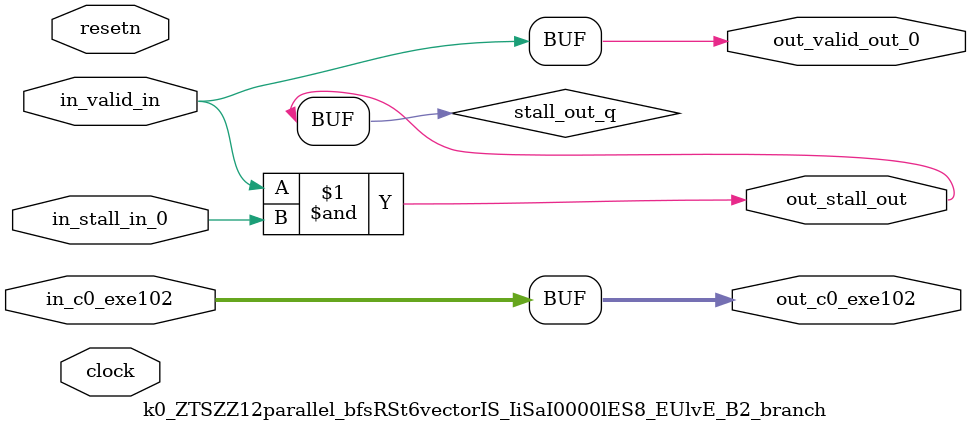
<source format=sv>



(* altera_attribute = "-name AUTO_SHIFT_REGISTER_RECOGNITION OFF; -name MESSAGE_DISABLE 10036; -name MESSAGE_DISABLE 10037; -name MESSAGE_DISABLE 14130; -name MESSAGE_DISABLE 14320; -name MESSAGE_DISABLE 15400; -name MESSAGE_DISABLE 14130; -name MESSAGE_DISABLE 10036; -name MESSAGE_DISABLE 12020; -name MESSAGE_DISABLE 12030; -name MESSAGE_DISABLE 12010; -name MESSAGE_DISABLE 12110; -name MESSAGE_DISABLE 14320; -name MESSAGE_DISABLE 13410; -name MESSAGE_DISABLE 113007; -name MESSAGE_DISABLE 10958" *)
module k0_ZTSZZ12parallel_bfsRSt6vectorIS_IiSaI0000lES8_EUlvE_B2_branch (
    input wire [15:0] in_c0_exe102,
    input wire [0:0] in_stall_in_0,
    input wire [0:0] in_valid_in,
    output wire [15:0] out_c0_exe102,
    output wire [0:0] out_stall_out,
    output wire [0:0] out_valid_out_0,
    input wire clock,
    input wire resetn
    );

    wire [0:0] stall_out_q;
    reg [0:0] rst_sync_rst_sclrn;


    // out_c0_exe102(GPOUT,5)
    assign out_c0_exe102 = in_c0_exe102;

    // stall_out(LOGICAL,8)
    assign stall_out_q = in_valid_in & in_stall_in_0;

    // out_stall_out(GPOUT,6)
    assign out_stall_out = stall_out_q;

    // out_valid_out_0(GPOUT,7)
    assign out_valid_out_0 = in_valid_in;

    // rst_sync(RESETSYNC,9)
    acl_reset_handler #(
        .ASYNC_RESET(0),
        .USE_SYNCHRONIZER(1),
        .PULSE_EXTENSION(0),
        .PIPE_DEPTH(3),
        .DUPLICATE(1)
    ) therst_sync (
        .clk(clock),
        .i_resetn(resetn),
        .o_sclrn(rst_sync_rst_sclrn)
    );

endmodule

</source>
